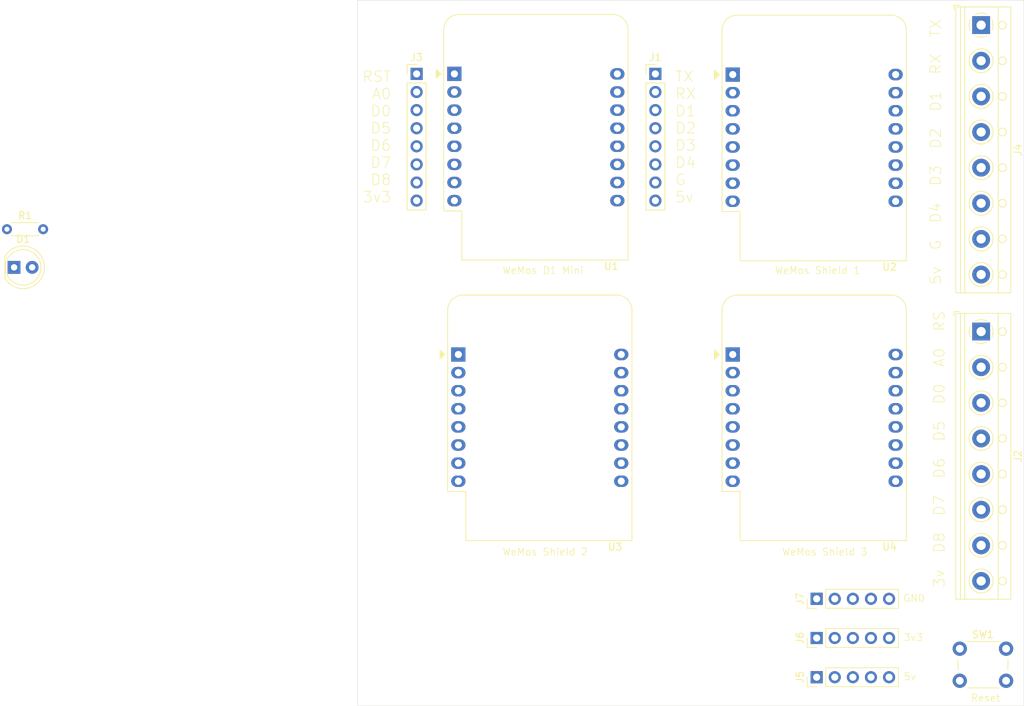
<source format=kicad_pcb>
(kicad_pcb (version 20240108) (generator "pcbnew") (generator_version "8.0")
  (layers (0 "F.Cu" signal) (31 "B.Cu" signal) (34 "B.Paste" user) (35 "F.Paste" user) (36 "B.SilkS" user "B.Silkscreen") (37 "F.SilkS" user "F.Silkscreen") (38 "B.Mask" user) (39 "F.Mask" user) (44 "Edge.Cuts" user))
  (net 0 "")
  (net 1 "Net-(D1-K)")
  (net 2 "Net-(D1-A)")
  (net 3 "Net-(J1-Pin_3)")
  (net 4 "Net-(J1-Pin_4)")
  (net 5 "Net-(J1-Pin_1)")
  (net 6 "Net-(J1-Pin_5)")
  (net 7 "Net-(J1-Pin_2)")
  (net 8 "Net-(J1-Pin_6)")
  (net 9 "Net-(J1-Pin_8)")
  (net 10 "Net-(J2-Pin_1)")
  (net 11 "Net-(J2-Pin_3)")
  (net 12 "Net-(J2-Pin_2)")
  (net 13 "Net-(J2-Pin_5)")
  (net 14 "Net-(J2-Pin_7)")
  (net 15 "Net-(J2-Pin_6)")
  (net 16 "Net-(J2-Pin_8)")
  (net 17 "Net-(J2-Pin_4)")
  (footprint "TerminalBlock_RND:TerminalBlock_RND_205-00018_1x08_P5.00mm_Horizontal" (layer "F.Cu") (at 167.5 53.5 -90)
    (property "Reference" "J4" (at 17.5 -5.16 90) (layer "F.SilkS"))
    (property "Value" "Conn_01x08_Pin - R")
    (fp_line (start -2.8 3.8) (end -2.2 3.8) (stroke (width 0.12)) (layer "F.SilkS"))
    (fp_line (start -2.56 3.561) (end 37.56 3.561) (stroke (width 0.12)) (layer "F.SilkS"))
    (fp_line (start -2.8 2.96) (end -2.8 3.8) (stroke (width 0.12)) (layer "F.SilkS"))
    (fp_line (start -2.56 2.9) (end 37.56 2.9) (stroke (width 0.12)) (layer "F.SilkS"))
    (fp_line (start -2.56 2.3) (end 37.56 2.3) (stroke (width 0.12)) (layer "F.SilkS"))
    (fp_line (start 3.99 1.216) (end 3.931 1.274) (stroke (width 0.12)) (layer "F.SilkS"))
    (fp_line (start 8.99 1.216) (end 8.931 1.274) (stroke (width 0.12)) (layer "F.SilkS"))
    (fp_line (start 13.99 1.216) (end 13.931 1.274) (stroke (width 0.12)) (layer "F.SilkS"))
    (fp_line (start 18.99 1.216) (end 18.931 1.274) (stroke (width 0.12)) (layer "F.SilkS"))
    (fp_line (start 23.99 1.216) (end 23.931 1.274) (stroke (width 0.12)) (layer "F.SilkS"))
    (fp_line (start 28.99 1.216) (end 28.931 1.274) (stroke (width 0.12)) (layer "F.SilkS"))
    (fp_line (start 33.99 1.216) (end 33.931 1.274) (stroke (width 0.12)) (layer "F.SilkS"))
    (fp_line (start 3.82 0.976) (end 3.726 1.069) (stroke (width 0.12)) (layer "F.SilkS"))
    (fp_line (start 8.82 0.976) (end 8.726 1.069) (stroke (width 0.12)) (layer "F.SilkS"))
    (fp_line (start 13.82 0.976) (end 13.726 1.069) (stroke (width 0.12)) (layer "F.SilkS"))
    (fp_line (start 18.82 0.976) (end 18.726 1.069) (stroke (width 0.12)) (layer "F.SilkS"))
    (fp_line (start 23.82 0.976) (end 23.726 1.069) (stroke (width 0.12)) (layer "F.SilkS"))
    (fp_line (start 28.82 0.976) (end 28.726 1.069) (stroke (width 0.12)) (layer "F.SilkS"))
    (fp_line (start 33.82 0.976) (end 33.726 1.069) (stroke (width 0.12)) (layer "F.SilkS"))
    (fp_line (start 6.275 -1.069) (end 6.181 -0.976) (stroke (width 0.12)) (layer "F.SilkS"))
    (fp_line (start 11.275 -1.069) (end 11.181 -0.976) (stroke (width 0.12)) (layer "F.SilkS"))
    (fp_line (start 16.275 -1.069) (end 16.181 -0.976) (stroke (width 0.12)) (layer "F.SilkS"))
    (fp_line (start 21.275 -1.069) (end 21.181 -0.976) (stroke (width 0.12)) (layer "F.SilkS"))
    (fp_line (start 26.275 -1.069) (end 26.181 -0.976) (stroke (width 0.12)) (layer "F.SilkS"))
    (fp_line (start 31.275 -1.069) (end 31.181 -0.976) (stroke (width 0.12)) (layer "F.SilkS"))
    (fp_line (start 36.275 -1.069) (end 36.181 -0.976) (stroke (width 0.12)) (layer "F.SilkS"))
    (fp_line (start 6.07 -1.275) (end 6.011 -1.216) (stroke (width 0.12)) (layer "F.SilkS"))
    (fp_line (start 11.07 -1.275) (end 11.011 -1.216) (stroke (width 0.12)) (layer "F.SilkS"))
    (fp_line (start 16.07 -1.275) (end 16.011 -1.216) (stroke (width 0.12)) (layer "F.SilkS"))
    (fp_line (start 21.07 -1.275) (end 21.011 -1.216) (stroke (width 0.12)) (layer "F.SilkS"))
    (fp_line (start 26.07 -1.275) (end 26.011 -1.216) (stroke (width 0.12)) (layer "F.SilkS"))
    (fp_line (start 31.07 -1.275) (end 31.011 -1.216) (stroke (width 0.12)) (layer "F.SilkS"))
    (fp_line (start 36.07 -1.275) (end 36.011 -1.216) (stroke (width 0.12)) (layer "F.SilkS"))
    (fp_line (start -2.56 -2.4) (end 37.56 -2.4) (stroke (width 0.12)) (layer "F.SilkS"))
    (fp_line (start -2.56 -4.16) (end -2.56 3.561) (stroke (width 0.12)) (layer "F.SilkS"))
    (fp_line (start -2.56 -4.16) (end 37.56 -4.16) (stroke (width 0.12)) (layer "F.SilkS"))
    (fp_line (start 37.56 -4.16) (end 37.56 3.561) (stroke (width 0.12)) (layer "F.SilkS"))
    (fp_arc (start 0.029383 1.68045) (mid -0.392304 1.634281) (end -0.789 1.484) (stroke (width 0.12)) (layer "F.SilkS"))
    (fp_arc (start 0.788712 1.483352) (mid 0.406429 1.630097) (end 0 1.68) (stroke (width 0.12)) (layer "F.SilkS"))
    (fp_arc (start -1.483953 0.789089) (mid -1.680708 0.00005) (end -1.484 -0.789) (stroke (width 0.12)) (layer "F.SilkS"))
    (fp_arc (start 1.483953 -0.789089) (mid 1.680708 -0.00005) (end 1.484 0.789) (stroke (width 0.12)) (layer "F.SilkS"))
    (fp_arc (start -0.789089 -1.483953) (mid -0.00005 -1.680708) (end 0.789 -1.484) (stroke (width 0.12)) (layer "F.SilkS"))
    (fp_circle (center 5 0) (end 6.68 0) (stroke (width 0.12)) (fill none) (layer "F.SilkS"))
    (fp_circle (center 10 0) (end 11.68 0) (stroke (width 0.12)) (fill none) (layer "F.SilkS"))
    (fp_circle (center 15 0) (end 16.68 0) (stroke (width 0.12)) (fill none) (layer "F.SilkS"))
    (fp_circle (center 20 0) (end 21.68 0) (stroke (width 0.12)) (fill none) (layer "F.SilkS"))
    (fp_circle (center 25 0) (end 26.68 0) (stroke (width 0.12)) (fill none) (layer "F.SilkS"))
    (fp_circle (center 30 0) (end 31.68 0) (stroke (width 0.12)) (fill none) (layer "F.SilkS"))
    (fp_circle (center 35 0) (end 36.68 0) (stroke (width 0.12)) (fill none) (layer "F.SilkS"))
    (fp_circle (center 0 -3) (end 0.55 -3) (stroke (width 0.12)) (fill none) (layer "F.SilkS"))
    (fp_circle (center 5 -3) (end 5.55 -3) (stroke (width 0.12)) (fill none) (layer "F.SilkS"))
    (fp_circle (center 10 -3) (end 10.55 -3) (stroke (width 0.12)) (fill none) (layer "F.SilkS"))
    (fp_circle (center 15 -3) (end 15.55 -3) (stroke (width 0.12)) (fill none) (layer "F.SilkS"))
    (fp_circle (center 20 -3) (end 20.55 -3) (stroke (width 0.12)) (fill none) (layer "F.SilkS"))
    (fp_circle (center 25 -3) (end 25.55 -3) (stroke (width 0.12)) (fill none) (layer "F.SilkS"))
    (fp_circle (center 30 -3) (end 30.55 -3) (stroke (width 0.12)) (fill none) (layer "F.SilkS"))
    (fp_circle (center 35 -3) (end 35.55 -3) (stroke (width 0.12)) (fill none) (layer "F.SilkS"))
    (pad "1" thru_hole rect (at 0 0 270) (size 2.5 2.5) (drill 1.3) (layers "*.Cu" "*.Mask") (net 5 "Net-(J1-Pin_1)"))
    (pad "2" thru_hole circle (at 5 0 270) (size 2.5 2.5) (drill 1.3) (layers "*.Cu" "*.Mask") (net 7 "Net-(J1-Pin_2)"))
    (pad "3" thru_hole circle (at 10 0 270) (size 2.5 2.5) (drill 1.3) (layers "*.Cu" "*.Mask") (net 3 "Net-(J1-Pin_3)"))
    (pad "4" thru_hole circle (at 15 0 270) (size 2.5 2.5) (drill 1.3) (layers "*.Cu" "*.Mask") (net 4 "Net-(J1-Pin_4)"))
    (pad "5" thru_hole circle (at 20 0 270) (size 2.5 2.5) (drill 1.3) (layers "*.Cu" "*.Mask") (net 6 "Net-(J1-Pin_5)"))
    (pad "6" thru_hole circle (at 25 0 270) (size 2.5 2.5) (drill 1.3) (layers "*.Cu" "*.Mask") (net 8 "Net-(J1-Pin_6)"))
    (pad "7" thru_hole circle (at 30 0 270) (size 2.5 2.5) (drill 1.3) (layers "*.Cu" "*.Mask") (net 1 "Net-(D1-K)"))
    (pad "8" thru_hole circle (at 35 0 270) (size 2.5 2.5) (drill 1.3) (layers "*.Cu" "*.Mask") (net 9 "Net-(J1-Pin_8)"))
  )
  (footprint "Connector_PinHeader_2.54mm:PinHeader_1x08_P2.54mm_Vertical" (layer "F.Cu") (at 88.287381 60.345)
    (property "Reference" "J3" (at 0 -2.33 0) (layer "F.SilkS"))
    (property "Value" "Conn_01x08_Pin - L")
    (fp_line (start -1.33 -1.33) (end 0 -1.33) (stroke (width 0.12)) (layer "F.SilkS"))
    (fp_line (start -1.33 0) (end -1.33 -1.33) (stroke (width 0.12)) (layer "F.SilkS"))
    (fp_line (start -1.33 1.27) (end -1.33 19.11) (stroke (width 0.12)) (layer "F.SilkS"))
    (fp_line (start -1.33 1.27) (end 1.33 1.27) (stroke (width 0.12)) (layer "F.SilkS"))
    (fp_line (start -1.33 19.11) (end 1.33 19.11) (stroke (width 0.12)) (layer "F.SilkS"))
    (fp_line (start 1.33 1.27) (end 1.33 19.11) (stroke (width 0.12)) (layer "F.SilkS"))
    (pad "1" thru_hole rect (at 0 0) (size 1.7 1.7) (drill 1) (layers "*.Cu" "*.Mask") (net 10 "Net-(J2-Pin_1)"))
    (pad "2" thru_hole oval (at 0 2.54) (size 1.7 1.7) (drill 1) (layers "*.Cu" "*.Mask") (net 12 "Net-(J2-Pin_2)"))
    (pad "3" thru_hole oval (at 0 5.08) (size 1.7 1.7) (drill 1) (layers "*.Cu" "*.Mask") (net 11 "Net-(J2-Pin_3)"))
    (pad "4" thru_hole oval (at 0 7.62) (size 1.7 1.7) (drill 1) (layers "*.Cu" "*.Mask") (net 17 "Net-(J2-Pin_4)"))
    (pad "5" thru_hole oval (at 0 10.16) (size 1.7 1.7) (drill 1) (layers "*.Cu" "*.Mask") (net 13 "Net-(J2-Pin_5)"))
    (pad "6" thru_hole oval (at 0 12.7) (size 1.7 1.7) (drill 1) (layers "*.Cu" "*.Mask") (net 15 "Net-(J2-Pin_6)"))
    (pad "7" thru_hole oval (at 0 15.24) (size 1.7 1.7) (drill 1) (layers "*.Cu" "*.Mask") (net 14 "Net-(J2-Pin_7)"))
    (pad "8" thru_hole oval (at 0 17.78) (size 1.7 1.7) (drill 1) (layers "*.Cu" "*.Mask") (net 16 "Net-(J2-Pin_8)"))
  )
  (footprint "TerminalBlock_RND:TerminalBlock_RND_205-00018_1x08_P5.00mm_Horizontal" (layer "F.Cu") (at 167.5 96.5 -90)
    (property "Reference" "J2" (at 17.5 -5.16 90) (layer "F.SilkS"))
    (property "Value" "Conn_01x08_Pin - L")
    (fp_line (start -2.8 3.8) (end -2.2 3.8) (stroke (width 0.12)) (layer "F.SilkS"))
    (fp_line (start -2.56 3.561) (end 37.56 3.561) (stroke (width 0.12)) (layer "F.SilkS"))
    (fp_line (start -2.8 2.96) (end -2.8 3.8) (stroke (width 0.12)) (layer "F.SilkS"))
    (fp_line (start -2.56 2.9) (end 37.56 2.9) (stroke (width 0.12)) (layer "F.SilkS"))
    (fp_line (start -2.56 2.3) (end 37.56 2.3) (stroke (width 0.12)) (layer "F.SilkS"))
    (fp_line (start 3.99 1.216) (end 3.931 1.274) (stroke (width 0.12)) (layer "F.SilkS"))
    (fp_line (start 8.99 1.216) (end 8.931 1.274) (stroke (width 0.12)) (layer "F.SilkS"))
    (fp_line (start 13.99 1.216) (end 13.931 1.274) (stroke (width 0.12)) (layer "F.SilkS"))
    (fp_line (start 18.99 1.216) (end 18.931 1.274) (stroke (width 0.12)) (layer "F.SilkS"))
    (fp_line (start 23.99 1.216) (end 23.931 1.274) (stroke (width 0.12)) (layer "F.SilkS"))
    (fp_line (start 28.99 1.216) (end 28.931 1.274) (stroke (width 0.12)) (layer "F.SilkS"))
    (fp_line (start 33.99 1.216) (end 33.931 1.274) (stroke (width 0.12)) (layer "F.SilkS"))
    (fp_line (start 3.82 0.976) (end 3.726 1.069) (stroke (width 0.12)) (layer "F.SilkS"))
    (fp_line (start 8.82 0.976) (end 8.726 1.069) (stroke (width 0.12)) (layer "F.SilkS"))
    (fp_line (start 13.82 0.976) (end 13.726 1.069) (stroke (width 0.12)) (layer "F.SilkS"))
    (fp_line (start 18.82 0.976) (end 18.726 1.069) (stroke (width 0.12)) (layer "F.SilkS"))
    (fp_line (start 23.82 0.976) (end 23.726 1.069) (stroke (width 0.12)) (layer "F.SilkS"))
    (fp_line (start 28.82 0.976) (end 28.726 1.069) (stroke (width 0.12)) (layer "F.SilkS"))
    (fp_line (start 33.82 0.976) (end 33.726 1.069) (stroke (width 0.12)) (layer "F.SilkS"))
    (fp_line (start 6.275 -1.069) (end 6.181 -0.976) (stroke (width 0.12)) (layer "F.SilkS"))
    (fp_line (start 11.275 -1.069) (end 11.181 -0.976) (stroke (width 0.12)) (layer "F.SilkS"))
    (fp_line (start 16.275 -1.069) (end 16.181 -0.976) (stroke (width 0.12)) (layer "F.SilkS"))
    (fp_line (start 21.275 -1.069) (end 21.181 -0.976) (stroke (width 0.12)) (layer "F.SilkS"))
    (fp_line (start 26.275 -1.069) (end 26.181 -0.976) (stroke (width 0.12)) (layer "F.SilkS"))
    (fp_line (start 31.275 -1.069) (end 31.181 -0.976) (stroke (width 0.12)) (layer "F.SilkS"))
    (fp_line (start 36.275 -1.069) (end 36.181 -0.976) (stroke (width 0.12)) (layer "F.SilkS"))
    (fp_line (start 6.07 -1.275) (end 6.011 -1.216) (stroke (width 0.12)) (layer "F.SilkS"))
    (fp_line (start 11.07 -1.275) (end 11.011 -1.216) (stroke (width 0.12)) (layer "F.SilkS"))
    (fp_line (start 16.07 -1.275) (end 16.011 -1.216) (stroke (width 0.12)) (layer "F.SilkS"))
    (fp_line (start 21.07 -1.275) (end 21.011 -1.216) (stroke (width 0.12)) (layer "F.SilkS"))
    (fp_line (start 26.07 -1.275) (end 26.011 -1.216) (stroke (width 0.12)) (layer "F.SilkS"))
    (fp_line (start 31.07 -1.275) (end 31.011 -1.216) (stroke (width 0.12)) (layer "F.SilkS"))
    (fp_line (start 36.07 -1.275) (end 36.011 -1.216) (stroke (width 0.12)) (layer "F.SilkS"))
    (fp_line (start -2.56 -2.4) (end 37.56 -2.4) (stroke (width 0.12)) (layer "F.SilkS"))
    (fp_line (start -2.56 -4.16) (end -2.56 3.561) (stroke (width 0.12)) (layer "F.SilkS"))
    (fp_line (start -2.56 -4.16) (end 37.56 -4.16) (stroke (width 0.12)) (layer "F.SilkS"))
    (fp_line (start 37.56 -4.16) (end 37.56 3.561) (stroke (width 0.12)) (layer "F.SilkS"))
    (fp_arc (start 0.029383 1.68045) (mid -0.392304 1.634281) (end -0.789 1.484) (stroke (width 0.12)) (layer "F.SilkS"))
    (fp_arc (start 0.788712 1.483352) (mid 0.406429 1.630097) (end 0 1.68) (stroke (width 0.12)) (layer "F.SilkS"))
    (fp_arc (start -1.483953 0.789089) (mid -1.680708 0.00005) (end -1.484 -0.789) (stroke (width 0.12)) (layer "F.SilkS"))
    (fp_arc (start 1.483953 -0.789089) (mid 1.680708 -0.00005) (end 1.484 0.789) (stroke (width 0.12)) (layer "F.SilkS"))
    (fp_arc (start -0.789089 -1.483953) (mid -0.00005 -1.680708) (end 0.789 -1.484) (stroke (width 0.12)) (layer "F.SilkS"))
    (fp_circle (center 5 0) (end 6.68 0) (stroke (width 0.12)) (fill none) (layer "F.SilkS"))
    (fp_circle (center 10 0) (end 11.68 0) (stroke (width 0.12)) (fill none) (layer "F.SilkS"))
    (fp_circle (center 15 0) (end 16.68 0) (stroke (width 0.12)) (fill none) (layer "F.SilkS"))
    (fp_circle (center 20 0) (end 21.68 0) (stroke (width 0.12)) (fill none) (layer "F.SilkS"))
    (fp_circle (center 25 0) (end 26.68 0) (stroke (width 0.12)) (fill none) (layer "F.SilkS"))
    (fp_circle (center 30 0) (end 31.68 0) (stroke (width 0.12)) (fill none) (layer "F.SilkS"))
    (fp_circle (center 35 0) (end 36.68 0) (stroke (width 0.12)) (fill none) (layer "F.SilkS"))
    (fp_circle (center 0 -3) (end 0.55 -3) (stroke (width 0.12)) (fill none) (layer "F.SilkS"))
    (fp_circle (center 5 -3) (end 5.55 -3) (stroke (width 0.12)) (fill none) (layer "F.SilkS"))
    (fp_circle (center 10 -3) (end 10.55 -3) (stroke (width 0.12)) (fill none) (layer "F.SilkS"))
    (fp_circle (center 15 -3) (end 15.55 -3) (stroke (width 0.12)) (fill none) (layer "F.SilkS"))
    (fp_circle (center 20 -3) (end 20.55 -3) (stroke (width 0.12)) (fill none) (layer "F.SilkS"))
    (fp_circle (center 25 -3) (end 25.55 -3) (stroke (width 0.12)) (fill none) (layer "F.SilkS"))
    (fp_circle (center 30 -3) (end 30.55 -3) (stroke (width 0.12)) (fill none) (layer "F.SilkS"))
    (fp_circle (center 35 -3) (end 35.55 -3) (stroke (width 0.12)) (fill none) (layer "F.SilkS"))
    (pad "1" thru_hole rect (at 0 0 270) (size 2.5 2.5) (drill 1.3) (layers "*.Cu" "*.Mask") (net 10 "Net-(J2-Pin_1)"))
    (pad "2" thru_hole circle (at 5 0 270) (size 2.5 2.5) (drill 1.3) (layers "*.Cu" "*.Mask") (net 12 "Net-(J2-Pin_2)"))
    (pad "3" thru_hole circle (at 10 0 270) (size 2.5 2.5) (drill 1.3) (layers "*.Cu" "*.Mask") (net 11 "Net-(J2-Pin_3)"))
    (pad "4" thru_hole circle (at 15 0 270) (size 2.5 2.5) (drill 1.3) (layers "*.Cu" "*.Mask") (net 17 "Net-(J2-Pin_4)"))
    (pad "5" thru_hole circle (at 20 0 270) (size 2.5 2.5) (drill 1.3) (layers "*.Cu" "*.Mask") (net 13 "Net-(J2-Pin_5)"))
    (pad "6" thru_hole circle (at 25 0 270) (size 2.5 2.5) (drill 1.3) (layers "*.Cu" "*.Mask") (net 15 "Net-(J2-Pin_6)"))
    (pad "7" thru_hole circle (at 30 0 270) (size 2.5 2.5) (drill 1.3) (layers "*.Cu" "*.Mask") (net 14 "Net-(J2-Pin_7)"))
    (pad "8" thru_hole circle (at 35 0 270) (size 2.5 2.5) (drill 1.3) (layers "*.Cu" "*.Mask") (net 16 "Net-(J2-Pin_8)"))
  )
  (footprint "Connector_PinHeader_2.54mm:PinHeader_1x05_P2.54mm_Vertical" (layer "F.Cu") (at 144.42 139.5 90)
    (property "Reference" "J6" (at 0 -2.33 90) (layer "F.SilkS"))
    (property "Value" "Conn_01x05_Pin - 3.3v")
    (fp_line (start -1.33 -1.33) (end 0 -1.33) (stroke (width 0.12)) (layer "F.SilkS"))
    (fp_line (start -1.33 0) (end -1.33 -1.33) (stroke (width 0.12)) (layer "F.SilkS"))
    (fp_line (start 1.33 1.27) (end 1.33 11.49) (stroke (width 0.12)) (layer "F.SilkS"))
    (fp_line (start -1.33 1.27) (end 1.33 1.27) (stroke (width 0.12)) (layer "F.SilkS"))
    (fp_line (start -1.33 1.27) (end -1.33 11.49) (stroke (width 0.12)) (layer "F.SilkS"))
    (fp_line (start -1.33 11.49) (end 1.33 11.49) (stroke (width 0.12)) (layer "F.SilkS"))
    (pad "1" thru_hole rect (at 0 0 90) (size 1.7 1.7) (drill 1) (layers "*.Cu" "*.Mask") (net 16 "Net-(J2-Pin_8)"))
    (pad "2" thru_hole oval (at 0 2.54 90) (size 1.7 1.7) (drill 1) (layers "*.Cu" "*.Mask") (net 16 "Net-(J2-Pin_8)"))
    (pad "3" thru_hole oval (at 0 5.08 90) (size 1.7 1.7) (drill 1) (layers "*.Cu" "*.Mask") (net 16 "Net-(J2-Pin_8)"))
    (pad "4" thru_hole oval (at 0 7.62 90) (size 1.7 1.7) (drill 1) (layers "*.Cu" "*.Mask") (net 16 "Net-(J2-Pin_8)"))
    (pad "5" thru_hole oval (at 0 10.16 90) (size 1.7 1.7) (drill 1) (layers "*.Cu" "*.Mask") (net 16 "Net-(J2-Pin_8)"))
  )
  (footprint "Connector_PinHeader_2.54mm:PinHeader_1x05_P2.54mm_Vertical" (layer "F.Cu") (at 144.42 134 90)
    (property "Reference" "J7" (at 0 -2.33 90) (layer "F.SilkS"))
    (property "Value" "Conn_01x05_Pin - G")
    (fp_line (start -1.33 -1.33) (end 0 -1.33) (stroke (width 0.12)) (layer "F.SilkS"))
    (fp_line (start -1.33 0) (end -1.33 -1.33) (stroke (width 0.12)) (layer "F.SilkS"))
    (fp_line (start 1.33 1.27) (end 1.33 11.49) (stroke (width 0.12)) (layer "F.SilkS"))
    (fp_line (start -1.33 1.27) (end 1.33 1.27) (stroke (width 0.12)) (layer "F.SilkS"))
    (fp_line (start -1.33 1.27) (end -1.33 11.49) (stroke (width 0.12)) (layer "F.SilkS"))
    (fp_line (start -1.33 11.49) (end 1.33 11.49) (stroke (width 0.12)) (layer "F.SilkS"))
    (pad "1" thru_hole rect (at 0 0 90) (size 1.7 1.7) (drill 1) (layers "*.Cu" "*.Mask") (net 1 "Net-(D1-K)"))
    (pad "2" thru_hole oval (at 0 2.54 90) (size 1.7 1.7) (drill 1) (layers "*.Cu" "*.Mask") (net 1 "Net-(D1-K)"))
    (pad "3" thru_hole oval (at 0 5.08 90) (size 1.7 1.7) (drill 1) (layers "*.Cu" "*.Mask") (net 1 "Net-(D1-K)"))
    (pad "4" thru_hole oval (at 0 7.62 90) (size 1.7 1.7) (drill 1) (layers "*.Cu" "*.Mask") (net 1 "Net-(D1-K)"))
    (pad "5" thru_hole oval (at 0 10.16 90) (size 1.7 1.7) (drill 1) (layers "*.Cu" "*.Mask") (net 1 "Net-(D1-K)"))
  )
  (footprint "Module:WEMOS_D1_mini_light" (layer "F.Cu") (at 94.14 99.72)
    (property "Reference" "U3" (at 22 27 0) (layer "F.SilkS"))
    (property "Value" "WeMos_D1_mini")
    (fp_line (start -1.5 19.22) (end -1.5 -6.21) (stroke (width 0.12)) (layer "F.SilkS"))
    (fp_line (start -1.5 19.22) (end 1.04 19.22) (stroke (width 0.12)) (layer "F.SilkS"))
    (fp_line (start 1.04 19.22) (end 1.04 26.12) (stroke (width 0.12)) (layer "F.SilkS"))
    (fp_line (start 1.04 26.12) (end 24.36 26.12) (stroke (width 0.12)) (layer "F.SilkS"))
    (fp_line (start 22.24 -8.34) (end 0.63 -8.34) (stroke (width 0.12)) (layer "F.SilkS"))
    (fp_line (start 24.36 26.12) (end 24.36 -6.21) (stroke (width 0.12)) (layer "F.SilkS"))
    (fp_arc (start -1.5 -6.21) (mid -0.876137 -7.716137) (end 0.63 -8.34) (stroke (width 0.12)) (layer "F.SilkS"))
    (fp_arc (start 22.23 -8.34) (mid 23.736137 -7.716137) (end 24.36 -6.21) (stroke (width 0.12)) (layer "F.SilkS"))
    (fp_poly (pts (xy -2.54 -0.635) (xy -2.54 0.635) (xy -1.905 0)) (stroke (width 0.15)) (fill solid) (layer "F.SilkS"))
    (pad "1" thru_hole rect (at 0 0) (size 2 2) (drill 1) (layers "*.Cu" "*.Mask") (net 10 "Net-(J2-Pin_1)"))
    (pad "2" thru_hole oval (at 0 2.54) (size 2 1.6) (drill 1) (layers "*.Cu" "*.Mask") (net 12 "Net-(J2-Pin_2)"))
    (pad "3" thru_hole oval (at 0 5.08) (size 2 1.6) (drill 1) (layers "*.Cu" "*.Mask") (net 11 "Net-(J2-Pin_3)"))
    (pad "4" thru_hole oval (at 0 7.62) (size 2 1.6) (drill 1) (layers "*.Cu" "*.Mask") (net 17 "Net-(J2-Pin_4)"))
    (pad "5" thru_hole oval (at 0 10.16) (size 2 1.6) (drill 1) (layers "*.Cu" "*.Mask") (net 13 "Net-(J2-Pin_5)"))
    (pad "6" thru_hole oval (at 0 12.7) (size 2 1.6) (drill 1) (layers "*.Cu" "*.Mask") (net 15 "Net-(J2-Pin_6)"))
    (pad "7" thru_hole oval (at 0 15.24) (size 2 1.6) (drill 1) (layers "*.Cu" "*.Mask") (net 14 "Net-(J2-Pin_7)"))
    (pad "8" thru_hole oval (at 0 17.78) (size 2 1.6) (drill 1) (layers "*.Cu" "*.Mask") (net 16 "Net-(J2-Pin_8)"))
    (pad "9" thru_hole oval (at 22.86 17.78) (size 2 1.6) (drill 1) (layers "*.Cu" "*.Mask") (net 9 "Net-(J1-Pin_8)"))
    (pad "10" thru_hole oval (at 22.86 15.24) (size 2 1.6) (drill 1) (layers "*.Cu" "*.Mask") (net 1 "Net-(D1-K)"))
    (pad "11" thru_hole oval (at 22.86 12.7) (size 2 1.6) (drill 1) (layers "*.Cu" "*.Mask") (net 8 "Net-(J1-Pin_6)"))
    (pad "12" thru_hole oval (at 22.86 10.16) (size 2 1.6) (drill 1) (layers "*.Cu" "*.Mask") (net 6 "Net-(J1-Pin_5)"))
    (pad "13" thru_hole oval (at 22.86 7.62) (size 2 1.6) (drill 1) (layers "*.Cu" "*.Mask") (net 4 "Net-(J1-Pin_4)"))
    (pad "14" thru_hole oval (at 22.86 5.08) (size 2 1.6) (drill 1) (layers "*.Cu" "*.Mask") (net 3 "Net-(J1-Pin_3)"))
    (pad "15" thru_hole oval (at 22.86 2.54) (size 2 1.6) (drill 1) (layers "*.Cu" "*.Mask") (net 7 "Net-(J1-Pin_2)"))
    (pad "16" thru_hole oval (at 22.86 0) (size 2 1.6) (drill 1) (layers "*.Cu" "*.Mask") (net 5 "Net-(J1-Pin_1)"))
  )
  (footprint "Module:WEMOS_D1_mini_light" (layer "F.Cu") (at 93.587381 60.345)
    (property "Reference" "U1" (at 22 27 0) (layer "F.SilkS"))
    (property "Value" "WeMos_D1_mini")
    (fp_line (start -1.5 19.22) (end -1.5 -6.21) (stroke (width 0.12)) (layer "F.SilkS"))
    (fp_line (start -1.5 19.22) (end 1.04 19.22) (stroke (width 0.12)) (layer "F.SilkS"))
    (fp_line (start 1.04 19.22) (end 1.04 26.12) (stroke (width 0.12)) (layer "F.SilkS"))
    (fp_line (start 1.04 26.12) (end 24.36 26.12) (stroke (width 0.12)) (layer "F.SilkS"))
    (fp_line (start 22.24 -8.34) (end 0.63 -8.34) (stroke (width 0.12)) (layer "F.SilkS"))
    (fp_line (start 24.36 26.12) (end 24.36 -6.21) (stroke (width 0.12)) (layer "F.SilkS"))
    (fp_arc (start -1.5 -6.21) (mid -0.876137 -7.716137) (end 0.63 -8.34) (stroke (width 0.12)) (layer "F.SilkS"))
    (fp_arc (start 22.23 -8.34) (mid 23.736137 -7.716137) (end 24.36 -6.21) (stroke (width 0.12)) (layer "F.SilkS"))
    (fp_poly (pts (xy -2.54 -0.635) (xy -2.54 0.635) (xy -1.905 0)) (stroke (width 0.15)) (fill solid) (layer "F.SilkS"))
    (pad "1" thru_hole rect (at 0 0) (size 2 2) (drill 1) (layers "*.Cu" "*.Mask") (net 10 "Net-(J2-Pin_1)"))
    (pad "2" thru_hole oval (at 0 2.54) (size 2 1.6) (drill 1) (layers "*.Cu" "*.Mask") (net 12 "Net-(J2-Pin_2)"))
    (pad "3" thru_hole oval (at 0 5.08) (size 2 1.6) (drill 1) (layers "*.Cu" "*.Mask") (net 11 "Net-(J2-Pin_3)"))
    (pad "4" thru_hole oval (at 0 7.62) (size 2 1.6) (drill 1) (layers "*.Cu" "*.Mask") (net 17 "Net-(J2-Pin_4)"))
    (pad "5" thru_hole oval (at 0 10.16) (size 2 1.6) (drill 1) (layers "*.Cu" "*.Mask") (net 13 "Net-(J2-Pin_5)"))
    (pad "6" thru_hole oval (at 0 12.7) (size 2 1.6) (drill 1) (layers "*.Cu" "*.Mask") (net 15 "Net-(J2-Pin_6)"))
    (pad "7" thru_hole oval (at 0 15.24) (size 2 1.6) (drill 1) (layers "*.Cu" "*.Mask") (net 14 "Net-(J2-Pin_7)"))
    (pad "8" thru_hole oval (at 0 17.78) (size 2 1.6) (drill 1) (layers "*.Cu" "*.Mask") (net 16 "Net-(J2-Pin_8)"))
    (pad "9" thru_hole oval (at 22.86 17.78) (size 2 1.6) (drill 1) (layers "*.Cu" "*.Mask") (net 9 "Net-(J1-Pin_8)"))
    (pad "10" thru_hole oval (at 22.86 15.24) (size 2 1.6) (drill 1) (layers "*.Cu" "*.Mask") (net 1 "Net-(D1-K)"))
    (pad "11" thru_hole oval (at 22.86 12.7) (size 2 1.6) (drill 1) (layers "*.Cu" "*.Mask") (net 8 "Net-(J1-Pin_6)"))
    (pad "12" thru_hole oval (at 22.86 10.16) (size 2 1.6) (drill 1) (layers "*.Cu" "*.Mask") (net 6 "Net-(J1-Pin_5)"))
    (pad "13" thru_hole oval (at 22.86 7.62) (size 2 1.6) (drill 1) (layers "*.Cu" "*.Mask") (net 4 "Net-(J1-Pin_4)"))
    (pad "14" thru_hole oval (at 22.86 5.08) (size 2 1.6) (drill 1) (layers "*.Cu" "*.Mask") (net 3 "Net-(J1-Pin_3)"))
    (pad "15" thru_hole oval (at 22.86 2.54) (size 2 1.6) (drill 1) (layers "*.Cu" "*.Mask") (net 7 "Net-(J1-Pin_2)"))
    (pad "16" thru_hole oval (at 22.86 0) (size 2 1.6) (drill 1) (layers "*.Cu" "*.Mask") (net 5 "Net-(J1-Pin_1)"))
  )
  (footprint "Connector_PinHeader_2.54mm:PinHeader_1x05_P2.54mm_Vertical" (layer "F.Cu") (at 144.42 145 90)
    (property "Reference" "J5" (at 0 -2.33 90) (layer "F.SilkS"))
    (property "Value" "Conn_01x05_Pin - 5v")
    (fp_line (start -1.33 -1.33) (end 0 -1.33) (stroke (width 0.12)) (layer "F.SilkS"))
    (fp_line (start -1.33 0) (end -1.33 -1.33) (stroke (width 0.12)) (layer "F.SilkS"))
    (fp_line (start 1.33 1.27) (end 1.33 11.49) (stroke (width 0.12)) (layer "F.SilkS"))
    (fp_line (start -1.33 1.27) (end 1.33 1.27) (stroke (width 0.12)) (layer "F.SilkS"))
    (fp_line (start -1.33 1.27) (end -1.33 11.49) (stroke (width 0.12)) (layer "F.SilkS"))
    (fp_line (start -1.33 11.49) (end 1.33 11.49) (stroke (width 0.12)) (layer "F.SilkS"))
    (pad "1" thru_hole rect (at 0 0 90) (size 1.7 1.7) (drill 1) (layers "*.Cu" "*.Mask") (net 9 "Net-(J1-Pin_8)"))
    (pad "2" thru_hole oval (at 0 2.54 90) (size 1.7 1.7) (drill 1) (layers "*.Cu" "*.Mask") (net 9 "Net-(J1-Pin_8)"))
    (pad "3" thru_hole oval (at 0 5.08 90) (size 1.7 1.7) (drill 1) (layers "*.Cu" "*.Mask") (net 9 "Net-(J1-Pin_8)"))
    (pad "4" thru_hole oval (at 0 7.62 90) (size 1.7 1.7) (drill 1) (layers "*.Cu" "*.Mask") (net 9 "Net-(J1-Pin_8)"))
    (pad "5" thru_hole oval (at 0 10.16 90) (size 1.7 1.7) (drill 1) (layers "*.Cu" "*.Mask") (net 9 "Net-(J1-Pin_8)"))
  )
  (footprint "Connector_PinHeader_2.54mm:PinHeader_1x08_P2.54mm_Vertical" (layer "F.Cu") (at 121.787381 60.345)
    (property "Reference" "J1" (at 0 -2.33 0) (layer "F.SilkS"))
    (property "Value" "Conn_01x08_Pin - R")
    (fp_line (start -1.33 -1.33) (end 0 -1.33) (stroke (width 0.12)) (layer "F.SilkS"))
    (fp_line (start -1.33 0) (end -1.33 -1.33) (stroke (width 0.12)) (layer "F.SilkS"))
    (fp_line (start -1.33 1.27) (end -1.33 19.11) (stroke (width 0.12)) (layer "F.SilkS"))
    (fp_line (start -1.33 1.27) (end 1.33 1.27) (stroke (width 0.12)) (layer "F.SilkS"))
    (fp_line (start -1.33 19.11) (end 1.33 19.11) (stroke (width 0.12)) (layer "F.SilkS"))
    (fp_line (start 1.33 1.27) (end 1.33 19.11) (stroke (width 0.12)) (layer "F.SilkS"))
    (pad "1" thru_hole rect (at 0 0) (size 1.7 1.7) (drill 1) (layers "*.Cu" "*.Mask") (net 5 "Net-(J1-Pin_1)"))
    (pad "2" thru_hole oval (at 0 2.54) (size 1.7 1.7) (drill 1) (layers "*.Cu" "*.Mask") (net 7 "Net-(J1-Pin_2)"))
    (pad "3" thru_hole oval (at 0 5.08) (size 1.7 1.7) (drill 1) (layers "*.Cu" "*.Mask") (net 3 "Net-(J1-Pin_3)"))
    (pad "4" thru_hole oval (at 0 7.62) (size 1.7 1.7) (drill 1) (layers "*.Cu" "*.Mask") (net 4 "Net-(J1-Pin_4)"))
    (pad "5" thru_hole oval (at 0 10.16) (size 1.7 1.7) (drill 1) (layers "*.Cu" "*.Mask") (net 6 "Net-(J1-Pin_5)"))
    (pad "6" thru_hole oval (at 0 12.7) (size 1.7 1.7) (drill 1) (layers "*.Cu" "*.Mask") (net 8 "Net-(J1-Pin_6)"))
    (pad "7" thru_hole oval (at 0 15.24) (size 1.7 1.7) (drill 1) (layers "*.Cu" "*.Mask") (net 1 "Net-(D1-K)"))
    (pad "8" thru_hole oval (at 0 17.78) (size 1.7 1.7) (drill 1) (layers "*.Cu" "*.Mask") (net 9 "Net-(J1-Pin_8)"))
  )
  (footprint "Button_Switch_THT:SW_PUSH_6mm_H5mm" (layer "F.Cu") (at 164.5 141)
    (property "Reference" "SW1" (at 3.25 -2 0) (layer "F.SilkS"))
    (property "Value" "SW_Push")
    (fp_line (start -0.25 1.5) (end -0.25 3) (stroke (width 0.12)) (layer "F.SilkS"))
    (fp_line (start 1 5.5) (end 5.5 5.5) (stroke (width 0.12)) (layer "F.SilkS"))
    (fp_line (start 5.5 -1) (end 1 -1) (stroke (width 0.12)) (layer "F.SilkS"))
    (fp_line (start 6.75 3) (end 6.75 1.5) (stroke (width 0.12)) (layer "F.SilkS"))
    (pad "1" thru_hole circle (at 0 0 90) (size 2 2) (drill 1.1) (layers "*.Cu" "*.Mask") (net 1 "Net-(D1-K)"))
    (pad "1" thru_hole circle (at 6.5 0 90) (size 2 2) (drill 1.1) (layers "*.Cu" "*.Mask") (net 1 "Net-(D1-K)"))
    (pad "2" thru_hole circle (at 0 4.5 90) (size 2 2) (drill 1.1) (layers "*.Cu" "*.Mask") (net 10 "Net-(J2-Pin_1)"))
    (pad "2" thru_hole circle (at 6.5 4.5 90) (size 2 2) (drill 1.1) (layers "*.Cu" "*.Mask") (net 10 "Net-(J2-Pin_1)"))
  )
  (footprint "Resistor_THT:R_Axial_DIN0204_L3.6mm_D1.6mm_P5.08mm_Horizontal" (layer "F.Cu") (at 30.8 82.14)
    (property "Reference" "R1" (at 2.54 -1.92 0) (layer "F.SilkS"))
    (property "Value" "R")
    (fp_line (start 0.62 -0.92) (end 4.46 -0.92) (stroke (width 0.12)) (layer "F.SilkS"))
    (fp_line (start 0.62 0.92) (end 4.46 0.92) (stroke (width 0.12)) (layer "F.SilkS"))
    (pad "1" thru_hole circle (at 0 0) (size 1.4 1.4) (drill 0.7) (layers "*.Cu" "*.Mask") (net 2 "Net-(D1-A)"))
    (pad "2" thru_hole oval (at 5.08 0) (size 1.4 1.4) (drill 0.7) (layers "*.Cu" "*.Mask") (net 9 "Net-(J1-Pin_8)"))
  )
  (footprint "Module:WEMOS_D1_mini_light" (layer "F.Cu") (at 132.64 99.72)
    (property "Reference" "U4" (at 22 27 0) (layer "F.SilkS"))
    (property "Value" "WeMos_D1_mini")
    (fp_line (start -1.5 19.22) (end -1.5 -6.21) (stroke (width 0.12)) (layer "F.SilkS"))
    (fp_line (start -1.5 19.22) (end 1.04 19.22) (stroke (width 0.12)) (layer "F.SilkS"))
    (fp_line (start 1.04 19.22) (end 1.04 26.12) (stroke (width 0.12)) (layer "F.SilkS"))
    (fp_line (start 1.04 26.12) (end 24.36 26.12) (stroke (width 0.12)) (layer "F.SilkS"))
    (fp_line (start 22.24 -8.34) (end 0.63 -8.34) (stroke (width 0.12)) (layer "F.SilkS"))
    (fp_line (start 24.36 26.12) (end 24.36 -6.21) (stroke (width 0.12)) (layer "F.SilkS"))
    (fp_arc (start -1.5 -6.21) (mid -0.876137 -7.716137) (end 0.63 -8.34) (stroke (width 0.12)) (layer "F.SilkS"))
    (fp_arc (start 22.23 -8.34) (mid 23.736137 -7.716137) (end 24.36 -6.21) (stroke (width 0.12)) (layer "F.SilkS"))
    (fp_poly (pts (xy -2.54 -0.635) (xy -2.54 0.635) (xy -1.905 0)) (stroke (width 0.15)) (fill solid) (layer "F.SilkS"))
    (pad "1" thru_hole rect (at 0 0) (size 2 2) (drill 1) (layers "*.Cu" "*.Mask") (net 10 "Net-(J2-Pin_1)"))
    (pad "2" thru_hole oval (at 0 2.54) (size 2 1.6) (drill 1) (layers "*.Cu" "*.Mask") (net 12 "Net-(J2-Pin_2)"))
    (pad "3" thru_hole oval (at 0 5.08) (size 2 1.6) (drill 1) (layers "*.Cu" "*.Mask") (net 11 "Net-(J2-Pin_3)"))
    (pad "4" thru_hole oval (at 0 7.62) (size 2 1.6) (drill 1) (layers "*.Cu" "*.Mask") (net 17 "Net-(J2-Pin_4)"))
    (pad "5" thru_hole oval (at 0 10.16) (size 2 1.6) (drill 1) (layers "*.Cu" "*.Mask") (net 13 "Net-(J2-Pin_5)"))
    (pad "6" thru_hole oval (at 0 12.7) (size 2 1.6) (drill 1) (layers "*.Cu" "*.Mask") (net 15 "Net-(J2-Pin_6)"))
    (pad "7" thru_hole oval (at 0 15.24) (size 2 1.6) (drill 1) (layers "*.Cu" "*.Mask") (net 14 "Net-(J2-Pin_7)"))
    (pad "8" thru_hole oval (at 0 17.78) (size 2 1.6) (drill 1) (layers "*.Cu" "*.Mask") (net 16 "Net-(J2-Pin_8)"))
    (pad "9" thru_hole oval (at 22.86 17.78) (size 2 1.6) (drill 1) (layers "*.Cu" "*.Mask") (net 9 "Net-(J1-Pin_8)"))
    (pad "10" thru_hole oval (at 22.86 15.24) (size 2 1.6) (drill 1) (layers "*.Cu" "*.Mask") (net 1 "Net-(D1-K)"))
    (pad "11" thru_hole oval (at 22.86 12.7) (size 2 1.6) (drill 1) (layers "*.Cu" "*.Mask") (net 8 "Net-(J1-Pin_6)"))
    (pad "12" thru_hole oval (at 22.86 10.16) (size 2 1.6) (drill 1) (layers "*.Cu" "*.Mask") (net 6 "Net-(J1-Pin_5)"))
    (pad "13" thru_hole oval (at 22.86 7.62) (size 2 1.6) (drill 1) (layers "*.Cu" "*.Mask") (net 4 "Net-(J1-Pin_4)"))
    (pad "14" thru_hole oval (at 22.86 5.08) (size 2 1.6) (drill 1) (layers "*.Cu" "*.Mask") (net 3 "Net-(J1-Pin_3)"))
    (pad "15" thru_hole oval (at 22.86 2.54) (size 2 1.6) (drill 1) (layers "*.Cu" "*.Mask") (net 7 "Net-(J1-Pin_2)"))
    (pad "16" thru_hole oval (at 22.86 0) (size 2 1.6) (drill 1) (layers "*.Cu" "*.Mask") (net 5 "Net-(J1-Pin_1)"))
  )
  (footprint "Module:WEMOS_D1_mini_light" (layer "F.Cu") (at 132.64 60.44)
    (property "Reference" "U2" (at 22 27 0) (layer "F.SilkS"))
    (property "Value" "WeMos_D1_mini")
    (fp_line (start -1.5 19.22) (end -1.5 -6.21) (stroke (width 0.12)) (layer "F.SilkS"))
    (fp_line (start -1.5 19.22) (end 1.04 19.22) (stroke (width 0.12)) (layer "F.SilkS"))
    (fp_line (start 1.04 19.22) (end 1.04 26.12) (stroke (width 0.12)) (layer "F.SilkS"))
    (fp_line (start 1.04 26.12) (end 24.36 26.12) (stroke (width 0.12)) (layer "F.SilkS"))
    (fp_line (start 22.24 -8.34) (end 0.63 -8.34) (stroke (width 0.12)) (layer "F.SilkS"))
    (fp_line (start 24.36 26.12) (end 24.36 -6.21) (stroke (width 0.12)) (layer "F.SilkS"))
    (fp_arc (start -1.5 -6.21) (mid -0.876137 -7.716137) (end 0.63 -8.34) (stroke (width 0.12)) (layer "F.SilkS"))
    (fp_arc (start 22.23 -8.34) (mid 23.736137 -7.716137) (end 24.36 -6.21) (stroke (width 0.12)) (layer "F.SilkS"))
    (fp_poly (pts (xy -2.54 -0.635) (xy -2.54 0.635) (xy -1.905 0)) (stroke (width 0.15)) (fill solid) (layer "F.SilkS"))
    (pad "1" thru_hole rect (at 0 0) (size 2 2) (drill 1) (layers "*.Cu" "*.Mask") (net 10 "Net-(J2-Pin_1)"))
    (pad "2" thru_hole oval (at 0 2.54) (size 2 1.6) (drill 1) (layers "*.Cu" "*.Mask") (net 12 "Net-(J2-Pin_2)"))
    (pad "3" thru_hole oval (at 0 5.08) (size 2 1.6) (drill 1) (layers "*.Cu" "*.Mask") (net 11 "Net-(J2-Pin_3)"))
    (pad "4" thru_hole oval (at 0 7.62) (size 2 1.6) (drill 1) (layers "*.Cu" "*.Mask") (net 17 "Net-(J2-Pin_4)"))
    (pad "5" thru_hole oval (at 0 10.16) (size 2 1.6) (drill 1) (layers "*.Cu" "*.Mask") (net 13 "Net-(J2-Pin_5)"))
    (pad "6" thru_hole oval (at 0 12.7) (size 2 1.6) (drill 1) (layers "*.Cu" "*.Mask") (net 15 "Net-(J2-Pin_6)"))
    (pad "7" thru_hole oval (at 0 15.24) (size 2 1.6) (drill 1) (layers "*.Cu" "*.Mask") (net 14 "Net-(J2-Pin_7)"))
    (pad "8" thru_hole oval (at 0 17.78) (size 2 1.6) (drill 1) (layers "*.Cu" "*.Mask") (net 16 "Net-(J2-Pin_8)"))
    (pad "9" thru_hole oval (at 22.86 17.78) (size 2 1.6) (drill 1) (layers "*.Cu" "*.Mask") (net 9 "Net-(J1-Pin_8)"))
    (pad "10" thru_hole oval (at 22.86 15.24) (size 2 1.6) (drill 1) (layers "*.Cu" "*.Mask") (net 1 "Net-(D1-K)"))
    (pad "11" thru_hole oval (at 22.86 12.7) (size 2 1.6) (drill 1) (layers "*.Cu" "*.Mask") (net 8 "Net-(J1-Pin_6)"))
    (pad "12" thru_hole oval (at 22.86 10.16) (size 2 1.6) (drill 1) (layers "*.Cu" "*.Mask") (net 6 "Net-(J1-Pin_5)"))
    (pad "13" thru_hole oval (at 22.86 7.62) (size 2 1.6) (drill 1) (layers "*.Cu" "*.Mask") (net 4 "Net-(J1-Pin_4)"))
    (pad "14" thru_hole oval (at 22.86 5.08) (size 2 1.6) (drill 1) (layers "*.Cu" "*.Mask") (net 3 "Net-(J1-Pin_3)"))
    (pad "15" thru_hole oval (at 22.86 2.54) (size 2 1.6) (drill 1) (layers "*.Cu" "*.Mask") (net 7 "Net-(J1-Pin_2)"))
    (pad "16" thru_hole oval (at 22.86 0) (size 2 1.6) (drill 1) (layers "*.Cu" "*.Mask") (net 5 "Net-(J1-Pin_1)"))
  )
  (footprint "LED_THT:LED_D5.0mm" (layer "F.Cu") (at 31.8 87.49)
    (property "Reference" "D1" (at 1.27 -3.96 0) (layer "F.SilkS"))
    (property "Value" "LED")
    (fp_line (start -1.29 -1.545) (end -1.29 1.545) (stroke (width 0.12)) (layer "F.SilkS"))
    (fp_arc (start -1.29 -1.54483) (mid 2.072002 -2.880433) (end 4.26 0.000462) (stroke (width 0.12)) (layer "F.SilkS"))
    (fp_arc (start 4.26 -0.000462) (mid 2.072002 2.880433) (end -1.29 1.54483) (stroke (width 0.12)) (layer "F.SilkS"))
    (fp_circle (center 1.27 0) (end 3.77 0) (stroke (width 0.12)) (fill none) (layer "F.SilkS"))
    (pad "1" thru_hole rect (at 0 0) (size 1.8 1.8) (drill 0.9) (layers "*.Cu" "*.Mask") (net 1 "Net-(D1-K)"))
    (pad "2" thru_hole circle (at 2.54 0) (size 1.8 1.8) (drill 0.9) (layers "*.Cu" "*.Mask") (net 2 "Net-(D1-A)"))
  )
  (gr_rect (start 80 50) (end 173.5 149) (stroke (width 0.05)) (fill none) (layer "Edge.Cuts"))
  (gr_text "TX\nRX\nD1\nD2\nD3\nD4\nG\n5v" (at 124.5 78.5 0) (layer "F.SilkS") (effects (font (size 1.5 1.5) (thickness 0.1)) (justify left bottom)))
  (gr_text "3v  D8  D7  D6  D5  D0  A0  RS" (at 162.5 132.5 90) (layer "F.SilkS") (effects (font (size 1.5 1.5) (thickness 0.1)) (justify left bottom)))
  (gr_text "GND" (at 156.5 134.5 0) (layer "F.SilkS") (effects (font (size 1 1) (thickness 0.1)) (justify left bottom)))
  (gr_text "3v3" (at 156.58 140 0) (layer "F.SilkS") (effects (font (size 1 1) (thickness 0.1)) (justify left bottom)))
  (gr_text "Reset" (at 166 148.5 0) (layer "F.SilkS") (effects (font (size 1 1) (thickness 0.1)) (justify left bottom)))
  (gr_text "WeMos Shield 1" (at 138.5 88.5 0) (layer "F.SilkS") (effects (font (size 1 1) (thickness 0.1)) (justify left bottom)))
  (gr_text "5v" (at 156.58 145.5 0) (layer "F.SilkS") (effects (font (size 1 1) (thickness 0.1)) (justify left bottom)))
  (gr_text "WeMos Shield 3" (at 139.5 128 0) (layer "F.SilkS") (effects (font (size 1 1) (thickness 0.1)) (justify left bottom)))
  (gr_text "WeMos Shield 2" (at 100.287381 128 0) (layer "F.SilkS") (effects (font (size 1 1) (thickness 0.1)) (justify left bottom)))
  (gr_text "WeMos D1 Mini" (at 100.287381 88.5 0) (layer "F.SilkS") (effects (font (size 1 1) (thickness 0.1)) (justify left bottom)))
  (gr_text "RST\nA0\nD0\nD5\nD6\nD7\nD8\n3v3" (at 84.787381 78.5 0) (layer "F.SilkS") (effects (font (size 1.5 1.5) (thickness 0.1)) (justify right bottom)))
  (gr_text "5v  G  D4  D3  D2  D1  RX  TX" (at 162 90 90) (layer "F.SilkS") (effects (font (size 1.5 1.5) (thickness 0.1)) (justify left bottom)))
)
</source>
